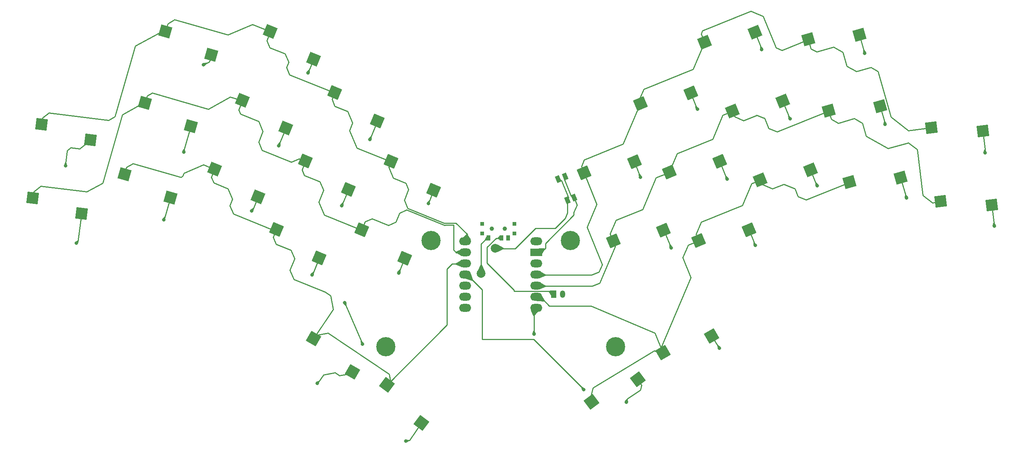
<source format=gbr>
%TF.GenerationSoftware,KiCad,Pcbnew,9.0.4*%
%TF.CreationDate,2025-10-25T19:07:59+08:00*%
%TF.ProjectId,sterna,73746572-6e61-42e6-9b69-6361645f7063,v1.0.0*%
%TF.SameCoordinates,Original*%
%TF.FileFunction,Copper,L2,Bot*%
%TF.FilePolarity,Positive*%
%FSLAX46Y46*%
G04 Gerber Fmt 4.6, Leading zero omitted, Abs format (unit mm)*
G04 Created by KiCad (PCBNEW 9.0.4) date 2025-10-25 19:07:59*
%MOMM*%
%LPD*%
G01*
G04 APERTURE LIST*
G04 Aperture macros list*
%AMRotRect*
0 Rectangle, with rotation*
0 The origin of the aperture is its center*
0 $1 length*
0 $2 width*
0 $3 Rotation angle, in degrees counterclockwise*
0 Add horizontal line*
21,1,$1,$2,0,0,$3*%
G04 Aperture macros list end*
%TA.AperFunction,SMDPad,CuDef*%
%ADD10RotRect,1.550000X1.000000X113.000000*%
%TD*%
%TA.AperFunction,SMDPad,CuDef*%
%ADD11RotRect,2.600000X2.600000X217.000000*%
%TD*%
%TA.AperFunction,SMDPad,CuDef*%
%ADD12RotRect,2.600000X2.600000X210.000000*%
%TD*%
%TA.AperFunction,SMDPad,CuDef*%
%ADD13RotRect,2.600000X2.600000X196.000000*%
%TD*%
%TA.AperFunction,SMDPad,CuDef*%
%ADD14RotRect,2.600000X2.600000X203.000000*%
%TD*%
%TA.AperFunction,SMDPad,CuDef*%
%ADD15RotRect,2.600000X2.600000X187.000000*%
%TD*%
%TA.AperFunction,SMDPad,CuDef*%
%ADD16RotRect,2.600000X2.600000X202.000000*%
%TD*%
%TA.AperFunction,ComponentPad*%
%ADD17C,4.400000*%
%TD*%
%TA.AperFunction,SMDPad,CuDef*%
%ADD18RotRect,2.600000X2.600000X143.000000*%
%TD*%
%TA.AperFunction,SMDPad,CuDef*%
%ADD19RotRect,2.600000X2.600000X150.000000*%
%TD*%
%TA.AperFunction,SMDPad,CuDef*%
%ADD20RotRect,2.600000X2.600000X164.000000*%
%TD*%
%TA.AperFunction,SMDPad,CuDef*%
%ADD21RotRect,2.600000X2.600000X158.000000*%
%TD*%
%TA.AperFunction,SMDPad,CuDef*%
%ADD22RotRect,2.600000X2.600000X157.000000*%
%TD*%
%TA.AperFunction,SMDPad,CuDef*%
%ADD23RotRect,2.600000X2.600000X173.000000*%
%TD*%
%TA.AperFunction,SMDPad,CuDef*%
%ADD24R,0.900000X0.900000*%
%TD*%
%TA.AperFunction,SMDPad,CuDef*%
%ADD25R,0.900000X1.250000*%
%TD*%
%TA.AperFunction,WasherPad*%
%ADD26C,1.000000*%
%TD*%
%TA.AperFunction,ComponentPad*%
%ADD27O,2.750000X1.800000*%
%TD*%
%TA.AperFunction,ComponentPad*%
%ADD28R,2.750000X1.800000*%
%TD*%
%TA.AperFunction,ComponentPad*%
%ADD29C,2.000000*%
%TD*%
%TA.AperFunction,ComponentPad*%
%ADD30R,1.200000X1.700000*%
%TD*%
%TA.AperFunction,ComponentPad*%
%ADD31O,1.200000X1.700000*%
%TD*%
%TA.AperFunction,ViaPad*%
%ADD32C,0.800000*%
%TD*%
%TA.AperFunction,Conductor*%
%ADD33C,0.250000*%
%TD*%
G04 APERTURE END LIST*
D10*
%TO.P,B1,1*%
%TO.N,RST*%
X190854010Y-124609314D03*
X192905348Y-129441965D03*
%TO.P,B1,2*%
%TO.N,GND*%
X192418868Y-123945071D03*
X194470206Y-128777722D03*
%TD*%
D11*
%TO.P,S30,1*%
%TO.N,R3*%
X198476908Y-175580957D03*
%TO.P,S30,2*%
%TO.N,mirror_reachy_thumb*%
X209025142Y-170386992D03*
%TD*%
D12*
%TO.P,S29,1*%
%TO.N,R3*%
X214760290Y-164323703D03*
%TO.P,S29,2*%
%TO.N,mirror_home_thumb*%
X225862883Y-160453959D03*
%TD*%
D13*
%TO.P,S16,1*%
%TO.N,R3*%
X257362874Y-125291215D03*
%TO.P,S16,2*%
%TO.N,mirror_ring_bottom*%
X269071848Y-124222380D03*
%TD*%
D14*
%TO.P,S23,1*%
%TO.N,R4*%
X216261050Y-122977252D03*
%TO.P,S23,2*%
%TO.N,mirror_index_home*%
X227752490Y-120489418D03*
%TD*%
%TO.P,S24,1*%
%TO.N,R5*%
X209618622Y-107328669D03*
%TO.P,S24,2*%
%TO.N,mirror_index_top*%
X221110062Y-104840835D03*
%TD*%
D15*
%TO.P,S14,1*%
%TO.N,R4*%
X278163457Y-129690917D03*
%TO.P,S14,2*%
%TO.N,mirror_pinky_bottom*%
X289895477Y-130466928D03*
%TD*%
D14*
%TO.P,S25,1*%
%TO.N,R4*%
X203403909Y-138755209D03*
%TO.P,S25,2*%
%TO.N,mirror_inner_home*%
X214895349Y-136267375D03*
%TD*%
D15*
%TO.P,S15,1*%
%TO.N,R5*%
X276091679Y-112817634D03*
%TO.P,S15,2*%
%TO.N,mirror_pinky_home*%
X287823699Y-113593645D03*
%TD*%
D16*
%TO.P,S21,1*%
%TO.N,R5*%
X224244459Y-93226244D03*
%TO.P,S21,2*%
%TO.N,mirror_middle_top*%
X235777567Y-90939342D03*
%TD*%
D13*
%TO.P,S18,1*%
%TO.N,R5*%
X247991198Y-92608316D03*
%TO.P,S18,2*%
%TO.N,mirror_ring_top*%
X259700172Y-91539481D03*
%TD*%
D16*
%TO.P,S20,1*%
%TO.N,R4*%
X230612771Y-108988369D03*
%TO.P,S20,2*%
%TO.N,mirror_middle_home*%
X242145879Y-106701467D03*
%TD*%
D13*
%TO.P,S17,1*%
%TO.N,R4*%
X252677034Y-108949764D03*
%TO.P,S17,2*%
%TO.N,mirror_ring_home*%
X264386008Y-107880929D03*
%TD*%
D14*
%TO.P,S26,1*%
%TO.N,R5*%
X196761481Y-123106627D03*
%TO.P,S26,2*%
%TO.N,mirror_inner_top*%
X208252921Y-120618793D03*
%TD*%
D16*
%TO.P,S19,1*%
%TO.N,R3*%
X236981083Y-124750494D03*
%TO.P,S19,2*%
%TO.N,mirror_middle_bottom*%
X248514191Y-122463592D03*
%TD*%
D14*
%TO.P,S22,1*%
%TO.N,R3*%
X222903479Y-138625833D03*
%TO.P,S22,2*%
%TO.N,mirror_index_bottom*%
X234394919Y-136137999D03*
%TD*%
D17*
%TO.P,PAD2,1*%
%TO.N,N/C*%
X193608761Y-138649039D03*
%TD*%
%TO.P,PAD4,1*%
%TO.N,N/C*%
X203914293Y-162927353D03*
%TD*%
D18*
%TO.P,S28,1*%
%TO.N,R2*%
X151688098Y-171639070D03*
%TO.P,S28,2*%
%TO.N,reachy_thumb*%
X159588345Y-180347031D03*
%TD*%
D19*
%TO.P,S27,1*%
%TO.N,R2*%
X134963314Y-161048703D03*
%TO.P,S27,2*%
%TO.N,home_thumb*%
X143865907Y-168728959D03*
%TD*%
D20*
%TO.P,S3,1*%
%TO.N,R2*%
X91736934Y-123485787D03*
%TO.P,S3,2*%
%TO.N,ring_bottom*%
X102233105Y-128784174D03*
%TD*%
D21*
%TO.P,S7,1*%
%TO.N,R1*%
X118710244Y-106534701D03*
%TO.P,S7,2*%
%TO.N,middle_home*%
X128595083Y-112901212D03*
%TD*%
D22*
%TO.P,S10,1*%
%TO.N,R1*%
X133105714Y-120417963D03*
%TO.P,S10,2*%
%TO.N,index_home*%
X142877936Y-126956018D03*
%TD*%
D23*
%TO.P,S2,1*%
%TO.N,R0*%
X72803216Y-112019391D03*
%TO.P,S2,2*%
%TO.N,pinky_home*%
X83999011Y-115610584D03*
%TD*%
D20*
%TO.P,S4,1*%
%TO.N,R1*%
X96422770Y-107144342D03*
%TO.P,S4,2*%
%TO.N,ring_home*%
X106918941Y-112442729D03*
%TD*%
D22*
%TO.P,S12,1*%
%TO.N,R1*%
X145962853Y-136195923D03*
%TO.P,S12,2*%
%TO.N,inner_home*%
X155735075Y-142733978D03*
%TD*%
%TO.P,S9,1*%
%TO.N,R2*%
X126463283Y-136066545D03*
%TO.P,S9,2*%
%TO.N,index_bottom*%
X136235505Y-142604600D03*
%TD*%
D21*
%TO.P,S8,1*%
%TO.N,R0*%
X125078559Y-90772576D03*
%TO.P,S8,2*%
%TO.N,middle_top*%
X134963398Y-97139087D03*
%TD*%
%TO.P,S6,1*%
%TO.N,R2*%
X112341933Y-122296821D03*
%TO.P,S6,2*%
%TO.N,middle_bottom*%
X122226772Y-128663332D03*
%TD*%
D22*
%TO.P,S13,1*%
%TO.N,R0*%
X152605280Y-120547336D03*
%TO.P,S13,2*%
%TO.N,inner_top*%
X162377502Y-127085391D03*
%TD*%
%TO.P,S11,1*%
%TO.N,R0*%
X139748139Y-104769381D03*
%TO.P,S11,2*%
%TO.N,index_top*%
X149520361Y-111307436D03*
%TD*%
D23*
%TO.P,S1,1*%
%TO.N,R1*%
X70731433Y-128892672D03*
%TO.P,S1,2*%
%TO.N,pinky_bottom*%
X81927228Y-132483865D03*
%TD*%
D20*
%TO.P,S5,1*%
%TO.N,R0*%
X101108605Y-90802893D03*
%TO.P,S5,2*%
%TO.N,ring_top*%
X111604776Y-96101280D03*
%TD*%
D17*
%TO.P,PAD3,1*%
%TO.N,N/C*%
X151481778Y-162927356D03*
%TD*%
%TO.P,PAD1,1*%
%TO.N,N/C*%
X161787307Y-138649036D03*
%TD*%
D24*
%TO.P,T1,*%
%TO.N,*%
X173448034Y-134852571D03*
X173448034Y-137052570D03*
X180848034Y-134852570D03*
X180848034Y-137052569D03*
D25*
%TO.P,T1,1*%
%TO.N,BAT+*%
X174898034Y-138027570D03*
%TO.P,T1,2*%
%TO.N,BAT_POS*%
X177898034Y-138027571D03*
%TO.P,T1,3*%
%TO.N,N/C*%
X179398034Y-138027570D03*
D26*
%TO.P,T1,*%
%TO.N,*%
X175648034Y-135952570D03*
X178648034Y-135952570D03*
%TD*%
D27*
%TO.P,MCU1,1*%
%TO.N,R0*%
X169603034Y-138832567D03*
%TO.P,MCU1,2*%
%TO.N,R1*%
X169603035Y-141372565D03*
%TO.P,MCU1,3*%
%TO.N,R2*%
X169603034Y-143912567D03*
%TO.P,MCU1,4*%
%TO.N,C0*%
X169603034Y-146452566D03*
%TO.P,MCU1,5*%
%TO.N,C1*%
X169603034Y-148992567D03*
%TO.P,MCU1,6*%
%TO.N,C2*%
X169603035Y-151532567D03*
%TO.P,MCU1,7*%
%TO.N,C3*%
X169603034Y-154072567D03*
%TO.P,MCU1,8*%
%TO.N,C4*%
X185793034Y-154072567D03*
%TO.P,MCU1,9*%
%TO.N,R3*%
X185793033Y-151532569D03*
%TO.P,MCU1,10*%
%TO.N,R4*%
X185793034Y-148992567D03*
%TO.P,MCU1,11*%
%TO.N,R5*%
X185793034Y-146452568D03*
%TO.P,MCU1,12*%
%TO.N,VCC*%
X185793034Y-143912567D03*
D28*
%TO.P,MCU1,13*%
%TO.N,GND*%
X185793033Y-141372567D03*
D27*
%TO.P,MCU1,14*%
%TO.N,VUSB*%
X185793034Y-138832567D03*
D29*
%TO.P,MCU1,17*%
%TO.N,RST*%
X176428035Y-140420567D03*
%TO.P,MCU1,19*%
%TO.N,BAT+*%
X173253033Y-146135567D03*
%TD*%
D30*
%TO.P,JST1,1*%
%TO.N,BAT_POS*%
X189848035Y-150952569D03*
D31*
%TO.P,JST1,2*%
%TO.N,GND*%
X191848035Y-150952569D03*
%TD*%
D32*
%TO.N,pinky_bottom*%
X80788136Y-139252517D03*
%TO.N,pinky_home*%
X78275047Y-121564407D03*
%TO.N,ring_bottom*%
X100709939Y-133853267D03*
%TO.N,ring_home*%
X105291883Y-118418298D03*
%TO.N,ring_top*%
X109823216Y-98443516D03*
%TO.N,middle_bottom*%
X120845154Y-131877911D03*
%TO.N,middle_home*%
X127020318Y-116927525D03*
%TO.N,middle_top*%
X133711968Y-100298396D03*
%TO.N,index_bottom*%
X134600838Y-146549171D03*
%TO.N,index_home*%
X141393016Y-130688656D03*
%TO.N,index_top*%
X147846487Y-115500208D03*
%TO.N,inner_home*%
X154418842Y-146049113D03*
%TO.N,inner_top*%
X161154645Y-130169395D03*
%TO.N,mirror_pinky_bottom*%
X290457778Y-135333976D03*
%TO.N,mirror_pinky_home*%
X288348552Y-118566045D03*
%TO.N,mirror_ring_bottom*%
X270397801Y-128917663D03*
%TO.N,mirror_ring_home*%
X265540782Y-112053136D03*
%TO.N,mirror_ring_top*%
X260888318Y-95754136D03*
%TO.N,mirror_middle_bottom*%
X249998715Y-126115476D03*
%TO.N,mirror_middle_home*%
X243812792Y-110738047D03*
%TO.N,mirror_middle_top*%
X237346844Y-94934472D03*
%TO.N,mirror_index_bottom*%
X235830971Y-139766852D03*
%TO.N,mirror_index_home*%
X229436894Y-124608323D03*
%TO.N,mirror_index_top*%
X222640583Y-108587714D03*
%TO.N,mirror_inner_home*%
X216631794Y-140297639D03*
%TO.N,mirror_inner_top*%
X209638289Y-124116501D03*
%TO.N,home_thumb*%
X135779481Y-171344176D03*
%TO.N,reachy_thumb*%
X155996458Y-184558519D03*
%TO.N,mirror_home_thumb*%
X227695275Y-163237108D03*
%TO.N,mirror_reachy_thumb*%
X206408477Y-175604971D03*
%TO.N,C4*%
X185321269Y-160059897D03*
%TO.N,C0*%
X196658024Y-172773226D03*
X142089085Y-152851968D03*
X146159824Y-162303106D03*
%TD*%
D33*
%TO.N,GND*%
X185315723Y-141435642D02*
X186864358Y-141435642D01*
X186864358Y-141435642D02*
X187909607Y-140390393D01*
X187909607Y-140390393D02*
X187909607Y-139340393D01*
X187909607Y-139340393D02*
X194423778Y-132826222D01*
X194423778Y-132826222D02*
X194423778Y-132235887D01*
X194423778Y-132235887D02*
X195163402Y-130493439D01*
X193807648Y-128496482D02*
X192188260Y-124488355D01*
X195163402Y-130493439D02*
X194470211Y-128777724D01*
X194470211Y-128777724D02*
X193807648Y-128496482D01*
X192188260Y-124488355D02*
X192418868Y-123945070D01*
%TO.N,RST*%
X176425714Y-140483645D02*
X181030361Y-140483645D01*
X193176940Y-128802139D02*
X191613115Y-124931535D01*
X181030361Y-140483645D02*
X185679392Y-135834629D01*
X192941921Y-129532481D02*
X192905350Y-129441965D01*
X185679392Y-135834629D02*
X190125037Y-135834627D01*
X190125037Y-135834627D02*
X192425041Y-133534628D01*
X192425041Y-133534628D02*
X192941921Y-132316930D01*
X191613115Y-124931535D02*
X190854011Y-124609317D01*
X192941921Y-132316930D02*
X192941921Y-129532481D01*
X192905350Y-129441965D02*
X193176940Y-128802139D01*
%TO.N,R1*%
X70906386Y-127512011D02*
X70729114Y-128955743D01*
X118254809Y-109686731D02*
X117847551Y-108727276D01*
X91247660Y-109824303D02*
X87002850Y-124627733D01*
X96891726Y-105563889D02*
X96420449Y-107207409D01*
X136169752Y-129813333D02*
X137256112Y-127124504D01*
X167579391Y-141434620D02*
X166929389Y-140784625D01*
X165078386Y-135085617D02*
X164889830Y-135165661D01*
X98134574Y-104874972D02*
X96891726Y-105563889D01*
X146728874Y-134357286D02*
X145960540Y-136258992D01*
X154563529Y-132337562D02*
X153720657Y-134423732D01*
X86754768Y-125492869D02*
X83167757Y-127481179D01*
X117847551Y-108727276D02*
X118707935Y-106597769D01*
X153720657Y-134423732D02*
X152028324Y-135142082D01*
X110940770Y-108547081D02*
X98134574Y-104874972D01*
X122401455Y-116107633D02*
X123375425Y-113696957D01*
X148365947Y-133662379D02*
X146728874Y-134357286D01*
X169730409Y-141435650D02*
X169729390Y-141434619D01*
X123375425Y-113696957D02*
X122380775Y-111353736D01*
X164889830Y-135165661D02*
X156185728Y-131648979D01*
X132292348Y-122488443D02*
X133103394Y-120481035D01*
X96420449Y-107207409D02*
X96122700Y-107122031D01*
X129832057Y-120673675D02*
X123202676Y-117995235D01*
X132811237Y-123710848D02*
X132292348Y-122488443D01*
X145960540Y-136258992D02*
X137445453Y-132818675D01*
X166929389Y-140784625D02*
X166929379Y-135085623D01*
X136427253Y-125171818D02*
X132811237Y-123710848D01*
X96122700Y-107122031D02*
X91247660Y-109824303D01*
X166929379Y-135085623D02*
X165078386Y-135085617D01*
X152028324Y-135142082D02*
X148365947Y-133662379D01*
X87002850Y-124627733D02*
X86754768Y-125492869D01*
X137256112Y-127124504D02*
X136427253Y-125171818D01*
X83167757Y-127481179D02*
X72605745Y-126184328D01*
X122380775Y-111353736D02*
X118254809Y-109686731D01*
X137445453Y-132818675D02*
X136169752Y-129813333D01*
X72605745Y-126184328D02*
X70906386Y-127512011D01*
X118707935Y-106597769D02*
X115906569Y-105794499D01*
X156185728Y-131648979D02*
X154563529Y-132337562D01*
X115906569Y-105794499D02*
X110940770Y-108547081D01*
X169729390Y-141434619D02*
X167579391Y-141434620D01*
X170075715Y-141435644D02*
X169730409Y-141435650D01*
X133103394Y-120481035D02*
X131659864Y-119897812D01*
X131659864Y-119897812D02*
X129832057Y-120673675D01*
X123202676Y-117995235D02*
X122401455Y-116107633D01*
%TO.N,pinky_bottom*%
X80788136Y-139252517D02*
X81134824Y-138981651D01*
X81134824Y-138981651D02*
X81924908Y-132546939D01*
%TO.N,R0*%
X72978160Y-110638726D02*
X72800896Y-112082460D01*
X94236462Y-94140573D02*
X89605752Y-110289771D01*
X164779396Y-134634625D02*
X156453641Y-131270805D01*
X156624799Y-126968800D02*
X155989340Y-125471738D01*
X100472084Y-90684109D02*
X94236462Y-94140573D01*
X124936874Y-94482792D02*
X124253325Y-92872441D01*
X103226137Y-88106498D02*
X101645118Y-88982877D01*
X129242681Y-97840245D02*
X128413814Y-95887558D01*
X124253325Y-92872441D02*
X125076239Y-90835648D01*
X101106291Y-90865964D02*
X100472084Y-90684109D01*
X152105522Y-121841644D02*
X152602968Y-120610416D01*
X121015927Y-89195169D02*
X115374243Y-91589921D01*
X139801881Y-107876613D02*
X139143016Y-106324437D01*
X143874021Y-111678916D02*
X142768850Y-109075337D01*
X115374243Y-91589921D02*
X103226137Y-88106498D01*
X89605752Y-110289771D02*
X88121480Y-111112519D01*
X88121480Y-111112519D02*
X74510765Y-109441327D01*
X74510765Y-109441327D02*
X72978160Y-110638726D01*
X139143016Y-106324437D02*
X139745824Y-104832452D01*
X143143538Y-113486927D02*
X143874021Y-111678916D01*
X128755692Y-99045588D02*
X129242681Y-97840245D01*
X153161423Y-124329183D02*
X152105522Y-121841644D01*
X139745824Y-104832452D02*
X129445587Y-100670889D01*
X170075726Y-138895641D02*
X170075717Y-137230950D01*
X128413814Y-95887558D02*
X124936874Y-94482792D01*
X101645869Y-88984228D02*
X101106291Y-90865964D01*
X142768850Y-109075337D02*
X139801881Y-107876613D01*
X144835081Y-117471984D02*
X143143538Y-113486927D01*
X155989340Y-125471738D02*
X153161423Y-124329183D01*
X129445587Y-100670889D02*
X128755692Y-99045588D01*
X170075717Y-137230950D02*
X167479388Y-134634614D01*
X156453641Y-131270805D02*
X155650819Y-129379478D01*
X152602968Y-120610416D02*
X144835081Y-117471984D01*
X125076239Y-90835648D02*
X121015927Y-89195169D01*
X167479388Y-134634614D02*
X164779396Y-134634625D01*
X101645118Y-88982877D02*
X101645869Y-88984228D01*
X155650819Y-129379478D02*
X156624799Y-126968800D01*
%TO.N,pinky_home*%
X79493867Y-117381761D02*
X78658055Y-118034767D01*
X78633679Y-118233277D02*
X78231512Y-121508684D01*
X83996697Y-115673650D02*
X81495795Y-117627570D01*
X78275047Y-121564407D02*
X78318576Y-121620126D01*
X78231512Y-121508684D02*
X78275047Y-121564407D01*
X78658055Y-118034767D02*
X78633679Y-118233277D01*
X81495795Y-117627570D02*
X79493867Y-117381761D01*
%TO.N,R2*%
X126396557Y-139454247D02*
X129780789Y-140821556D01*
X115400907Y-126760921D02*
X116423168Y-129169229D01*
X152449076Y-170570522D02*
X151685780Y-171702141D01*
X112155764Y-125449798D02*
X115400907Y-126760921D01*
X134961001Y-161111774D02*
X135505764Y-160304122D01*
X112339624Y-122359897D02*
X111610354Y-124164892D01*
X138862633Y-151259012D02*
X139476529Y-154417225D01*
X129560747Y-145370369D02*
X130472501Y-147518313D01*
X109762796Y-121318796D02*
X112339624Y-122359897D01*
X91734618Y-123548853D02*
X92219671Y-121857276D01*
X137565461Y-150384051D02*
X138862633Y-151259012D01*
X92219671Y-121857276D02*
X93702604Y-121035277D01*
X105292736Y-123216216D02*
X109762796Y-121318796D01*
X152182712Y-169200208D02*
X152449076Y-170570522D01*
X105094860Y-123906262D02*
X105292736Y-123216216D01*
X165419520Y-145171375D02*
X165419519Y-157968397D01*
X165419519Y-157968397D02*
X151685781Y-171702141D01*
X170075708Y-143975643D02*
X166615253Y-143975635D01*
X166615253Y-143975635D02*
X165419520Y-145171375D01*
X135505764Y-160304122D02*
X138213423Y-159777807D01*
X111610354Y-124164892D02*
X112155764Y-125449798D01*
X130472501Y-147518313D02*
X137565461Y-150384051D01*
X125741362Y-137910695D02*
X126396557Y-139454247D01*
X138213423Y-159777807D02*
X152182712Y-169200208D01*
X116423168Y-129169229D02*
X115823802Y-130652727D01*
X104624395Y-124167051D02*
X105094860Y-123906262D01*
X115823802Y-130652727D02*
X116625034Y-132540327D01*
X93702604Y-121035277D02*
X104624395Y-124167051D01*
X125996654Y-136326713D02*
X126460969Y-136129618D01*
X130609656Y-142774243D02*
X129560747Y-145370369D01*
X139476529Y-154417225D02*
X134961001Y-161111774D01*
X126460969Y-136129618D02*
X125741362Y-137910695D01*
X129780789Y-140821556D02*
X130609656Y-142774243D01*
X116625034Y-132540327D02*
X125996654Y-136326713D01*
%TO.N,ring_bottom*%
X100811477Y-133796983D02*
X102230790Y-128847258D01*
X100709939Y-133853267D02*
X100811477Y-133796983D01*
%TO.N,ring_home*%
X105245325Y-118334296D02*
X106916628Y-112505800D01*
X105291883Y-118418298D02*
X105245325Y-118334296D01*
%TO.N,ring_top*%
X111161656Y-97701597D02*
X111602454Y-96164352D01*
X109823216Y-98443516D02*
X111161656Y-97701597D01*
%TO.N,middle_bottom*%
X120845154Y-131877911D02*
X120973116Y-131823590D01*
X120973116Y-131823590D02*
X122224452Y-128726404D01*
%TO.N,middle_home*%
X127020318Y-116927525D02*
X127034125Y-116960069D01*
X128592774Y-112964273D02*
X127005559Y-116892769D01*
X127005559Y-116892769D02*
X127020318Y-116927525D01*
%TO.N,middle_top*%
X134961079Y-97202155D02*
X133711017Y-100296175D01*
X133711017Y-100296175D02*
X133711968Y-100298396D01*
%TO.N,index_bottom*%
X136233196Y-142667679D02*
X134678235Y-146516313D01*
X134678235Y-146516313D02*
X134600838Y-146549171D01*
%TO.N,index_home*%
X141393016Y-130688656D02*
X141357855Y-130775684D01*
X142875619Y-127019086D02*
X141393016Y-130688656D01*
X141357855Y-130775684D02*
X141349854Y-130779089D01*
%TO.N,index_top*%
X147850173Y-115498645D02*
X147846487Y-115500208D01*
X149518049Y-111370514D02*
X147850173Y-115498645D01*
%TO.N,inner_home*%
X155732758Y-142797052D02*
X154418842Y-146049113D01*
X154418842Y-146049113D02*
X154369890Y-146069886D01*
%TO.N,inner_top*%
X162375191Y-127148476D02*
X161154645Y-130169395D01*
X161154645Y-130169395D02*
X161110008Y-130188350D01*
%TO.N,R4*%
X240881229Y-113777713D02*
X252674719Y-109012839D01*
X253198300Y-110838799D02*
X254877479Y-111769580D01*
X274174988Y-128265658D02*
X276362614Y-129974823D01*
X276362614Y-129974823D02*
X278161140Y-129753993D01*
X236126184Y-109915698D02*
X237818503Y-110634050D01*
X233177917Y-111160800D02*
X236098549Y-109980792D01*
X203401592Y-138818286D02*
X202700935Y-137084121D01*
X254877479Y-111769580D02*
X258482206Y-110735937D01*
X266215262Y-117569122D02*
X270844586Y-116241683D01*
X272895360Y-117843932D02*
X274174988Y-128265658D01*
X202700935Y-137084121D02*
X204009895Y-134000432D01*
X237818503Y-110634050D02*
X237957582Y-110577865D01*
X216206623Y-122911337D02*
X217995502Y-118696992D01*
X204009895Y-134000432D02*
X210129309Y-131528023D01*
X226108362Y-115419177D02*
X228438887Y-109928811D01*
X252674719Y-109012839D02*
X253198300Y-110838799D01*
X238912828Y-112942175D02*
X240881229Y-113777713D01*
X210129309Y-131528023D02*
X213209111Y-124272451D01*
X270844586Y-116241683D02*
X272895360Y-117843932D01*
X228438887Y-109928811D02*
X230610452Y-109051442D01*
X203888653Y-140023805D02*
X203401592Y-138818286D01*
X230610452Y-109051442D02*
X231107638Y-110282016D01*
X216258730Y-123040326D02*
X216206623Y-122911337D01*
X258482206Y-110735937D02*
X260337564Y-111764368D01*
X261205815Y-114792345D02*
X266215262Y-117569122D01*
X185315714Y-149055638D02*
X198608367Y-149055639D01*
X200354287Y-148350243D02*
X203888653Y-140023805D01*
X217995502Y-118696992D02*
X226108362Y-115419177D01*
X237957582Y-110577865D02*
X238912828Y-112942175D01*
X236098549Y-109980792D02*
X236126184Y-109915698D01*
X260337564Y-111764368D02*
X261205815Y-114792345D01*
X231107638Y-110282016D02*
X233177917Y-111160800D01*
X198608367Y-149055639D02*
X200354287Y-148350243D01*
X213209111Y-124272451D02*
X216258730Y-123040326D01*
%TO.N,mirror_pinky_bottom*%
X290479592Y-135306054D02*
X290457778Y-135333976D01*
X289893157Y-130529998D02*
X290479592Y-135306054D01*
%TO.N,R5*%
X276019127Y-112825831D02*
X276089364Y-112880700D01*
X270878621Y-113457007D02*
X276019127Y-112825831D01*
X248581383Y-94737658D02*
X249889483Y-95462757D01*
X223477156Y-91395907D02*
X223803360Y-90627420D01*
X197412661Y-135557137D02*
X199642038Y-130305052D01*
X196149957Y-121661856D02*
X196793987Y-120144630D01*
X266902051Y-110350175D02*
X270878621Y-113457007D01*
X253734531Y-94360206D02*
X255837258Y-95525768D01*
X221642642Y-99427626D02*
X221639684Y-99420310D01*
X200137358Y-145838111D02*
X200869535Y-144113205D01*
X258987062Y-99980117D02*
X262303416Y-99029171D01*
X209281026Y-106561898D02*
X210377358Y-103979097D01*
X241952136Y-95104783D02*
X241949262Y-95111560D01*
X256760647Y-98745998D02*
X258987062Y-99980117D01*
X241949262Y-95111560D02*
X247988889Y-92671385D01*
X234883197Y-86150864D02*
X237682052Y-87338905D01*
X237682052Y-87338905D02*
X240585261Y-94524576D01*
X196793987Y-120144630D02*
X205648595Y-116567137D01*
X221639684Y-99420310D02*
X224242134Y-93289316D01*
X210377358Y-103979097D02*
X221642642Y-99427626D01*
X247988889Y-92671385D02*
X248581383Y-94737658D01*
X240585261Y-94524576D02*
X241952136Y-95104783D01*
X185315719Y-146515641D02*
X198460400Y-146515647D01*
X224242134Y-93289316D02*
X223477156Y-91395907D01*
X199642038Y-130305052D02*
X196759167Y-123169702D01*
X209528207Y-107427338D02*
X209616301Y-107391740D01*
X198460400Y-146515647D02*
X200137358Y-145838111D01*
X255837258Y-95525768D02*
X256760647Y-98745998D01*
X263911385Y-99920482D02*
X266902051Y-110350175D01*
X196759167Y-123169702D02*
X196149957Y-121661856D01*
X249889483Y-95462757D02*
X253734531Y-94360206D01*
X200869535Y-144113205D02*
X197412661Y-135557137D01*
X209616301Y-107391740D02*
X209281026Y-106561898D01*
X262303416Y-99029171D02*
X263911385Y-99920482D01*
X223803360Y-90627420D02*
X234883197Y-86150864D01*
X205648595Y-116567137D02*
X209528207Y-107427338D01*
%TO.N,mirror_pinky_home*%
X288413898Y-118482393D02*
X288348552Y-118566045D01*
X287821383Y-113656716D02*
X288413898Y-118482393D01*
%TO.N,R3*%
X245605657Y-128573188D02*
X247452830Y-129357270D01*
X239759305Y-126782913D02*
X242355414Y-125734019D01*
X198083812Y-174993667D02*
X198746114Y-172337313D01*
X198746114Y-172337313D02*
X212793282Y-163896923D01*
X222901166Y-138688911D02*
X220506035Y-139656609D01*
X221176597Y-147125375D02*
X214314985Y-163290324D01*
X237363564Y-125765985D02*
X239759305Y-126782913D01*
X198474590Y-175644036D02*
X198083812Y-174993667D01*
X236978753Y-124813566D02*
X237363564Y-125765985D01*
X212793282Y-163896923D02*
X214757976Y-164386779D01*
X188829390Y-153584620D02*
X188879393Y-153634619D01*
X185315723Y-151595645D02*
X186840412Y-151595633D01*
X186840412Y-151595633D02*
X188829390Y-153584620D01*
X198398762Y-153626797D02*
X212919871Y-159790642D01*
X212919871Y-159790642D02*
X212910205Y-159813391D01*
X220506035Y-139656609D02*
X219303566Y-142489456D01*
X219303566Y-142489456D02*
X221176597Y-147125375D01*
X222901166Y-138688911D02*
X222289346Y-137174603D01*
X242355414Y-125734019D02*
X244893900Y-126811542D01*
X214314985Y-163290324D02*
X214757973Y-164386778D01*
X223472229Y-134387923D02*
X232929501Y-130566942D01*
X188879393Y-153634619D02*
X198379389Y-153634617D01*
X235039002Y-125597279D02*
X236978753Y-124813566D01*
X244893900Y-126811542D02*
X245605657Y-128573188D01*
X232929501Y-130566942D02*
X235039002Y-125597279D01*
X198379389Y-153634617D02*
X198398762Y-153626797D01*
X222289346Y-137174603D02*
X223472229Y-134387923D01*
X212910205Y-159813391D02*
X214757973Y-164386778D01*
X247452830Y-129357270D02*
X257360566Y-125354284D01*
%TO.N,mirror_ring_bottom*%
X269069540Y-124285450D02*
X270397801Y-128917663D01*
X270397801Y-128917663D02*
X270405971Y-128946150D01*
%TO.N,mirror_ring_home*%
X264383693Y-107944002D02*
X265554755Y-112027951D01*
X265554755Y-112027951D02*
X265540782Y-112053136D01*
%TO.N,mirror_ring_top*%
X260888318Y-95754136D02*
X259697866Y-91602552D01*
%TO.N,mirror_middle_bottom*%
X248511871Y-122526666D02*
X249954213Y-126096591D01*
X249954213Y-126096591D02*
X249998715Y-126115476D01*
%TO.N,mirror_middle_home*%
X242143561Y-106764545D02*
X243735749Y-110705343D01*
X243735749Y-110705343D02*
X243812792Y-110738047D01*
X243812792Y-110738047D02*
X243845333Y-110751857D01*
%TO.N,mirror_middle_top*%
X237355583Y-94913884D02*
X237346844Y-94934472D01*
X235775248Y-91002415D02*
X237355583Y-94913884D01*
%TO.N,mirror_index_bottom*%
X234392613Y-136201080D02*
X235832155Y-139764062D01*
X235832155Y-139764062D02*
X235830971Y-139766852D01*
%TO.N,mirror_index_home*%
X227750178Y-120552494D02*
X229378895Y-124583713D01*
X229378895Y-124583713D02*
X229436894Y-124608323D01*
%TO.N,mirror_index_top*%
X221107748Y-104903908D02*
X222586882Y-108564916D01*
X222586882Y-108564916D02*
X222640583Y-108587714D01*
%TO.N,mirror_inner_home*%
X215057076Y-136400081D02*
X216631794Y-140297639D01*
X214893033Y-136330445D02*
X215057076Y-136400081D01*
%TO.N,mirror_inner_top*%
X209638289Y-124116501D02*
X208250606Y-120681868D01*
%TO.N,home_thumb*%
X137204442Y-169410396D02*
X135918299Y-171317183D01*
X140836926Y-169568737D02*
X139842085Y-168897687D01*
X143863593Y-168792030D02*
X143717354Y-169008827D01*
X139842085Y-168897687D02*
X137204442Y-169410396D01*
X143717354Y-169008827D02*
X140836926Y-169568737D01*
X135918299Y-171317183D02*
X135779481Y-171344176D01*
%TO.N,reachy_thumb*%
X159577527Y-180411755D02*
X156898805Y-184383116D01*
X156898805Y-184383116D02*
X155996458Y-184558519D01*
X159586032Y-180410107D02*
X159577527Y-180411755D01*
%TO.N,mirror_home_thumb*%
X227695275Y-163237108D02*
X227730829Y-163289816D01*
X225860561Y-160517032D02*
X227695275Y-163237108D01*
X227730829Y-163289816D02*
X227781378Y-163299641D01*
%TO.N,mirror_reachy_thumb*%
X209652281Y-172813888D02*
X209868159Y-171703321D01*
X206543397Y-174910856D02*
X209652281Y-172813888D01*
X206408477Y-175604971D02*
X206543397Y-174910856D01*
X209868159Y-171703321D02*
X209022821Y-170450074D01*
%TO.N,C4*%
X185321269Y-160059897D02*
X185321269Y-154141194D01*
X185315720Y-154135636D02*
X185315722Y-154170961D01*
X185321269Y-154141194D02*
X185315717Y-154135639D01*
%TO.N,C0*%
X142089085Y-152851968D02*
X146088655Y-162274356D01*
X196658024Y-172773226D02*
X196658026Y-172681443D01*
X173471267Y-149911203D02*
X170075713Y-146515639D01*
X185203618Y-161227030D02*
X173471266Y-161227031D01*
X173471266Y-161227031D02*
X173471267Y-149911203D01*
X146088655Y-162274356D02*
X146159824Y-162303106D01*
X196658026Y-172681443D02*
X185203618Y-161227030D01*
%TO.N,BAT+*%
X173250711Y-146198638D02*
X173250718Y-139413288D01*
X173250718Y-139413288D02*
X174573361Y-138090649D01*
X174573361Y-138090649D02*
X174895716Y-138090643D01*
%TO.N,BAT_POS*%
X177895715Y-138090637D02*
X177889693Y-138084619D01*
X174579388Y-143784624D02*
X180792851Y-149998085D01*
X189164696Y-150334625D02*
X189845722Y-151015646D01*
X174579391Y-140184616D02*
X174579388Y-143784624D01*
X180792850Y-150250433D02*
X189145898Y-150250432D01*
X176679393Y-138084619D02*
X174579391Y-140184616D01*
X177889693Y-138084619D02*
X176679393Y-138084619D01*
X189145898Y-150250432D02*
X189848037Y-150952569D01*
X180792851Y-149998085D02*
X180792850Y-150250433D01*
%TO.N,mirror_ring_bottom*%
X270405971Y-128946150D02*
X270323438Y-129095033D01*
%TD*%
%TA.AperFunction,Conductor*%
%TO.N,GND*%
G36*
X187719376Y-140410525D02*
G01*
X187719591Y-140410734D01*
X187886044Y-140577187D01*
X187889471Y-140585460D01*
X187887515Y-140591936D01*
X187172209Y-141668270D01*
X187164776Y-141673263D01*
X187160585Y-141673342D01*
X185325588Y-141374619D01*
X185317973Y-141369907D01*
X185315932Y-141365023D01*
X185167428Y-140485864D01*
X185169429Y-140477137D01*
X185177016Y-140472380D01*
X185178659Y-140472221D01*
X187711019Y-140407311D01*
X187719376Y-140410525D01*
G37*
%TD.AperFunction*%
%TD*%
%TA.AperFunction,Conductor*%
%TO.N,RST*%
G36*
X176992967Y-139594152D02*
G01*
X178402679Y-140355329D01*
X178408330Y-140362275D01*
X178408820Y-140365624D01*
X178408820Y-140601089D01*
X178405393Y-140609362D01*
X178401934Y-140611753D01*
X176992632Y-141247961D01*
X176983682Y-141248241D01*
X176978095Y-141243805D01*
X176431391Y-140427075D01*
X176429637Y-140418294D01*
X176431391Y-140414059D01*
X176977687Y-139597937D01*
X176985135Y-139592970D01*
X176992967Y-139594152D01*
G37*
%TD.AperFunction*%
%TD*%
%TA.AperFunction,Conductor*%
%TO.N,R1*%
G36*
X168633272Y-140626953D02*
G01*
X170027458Y-141346793D01*
X170058588Y-141362866D01*
X170064367Y-141369706D01*
X170063616Y-141378630D01*
X170058580Y-141383662D01*
X168633744Y-142117939D01*
X168624820Y-142118683D01*
X168622468Y-142117633D01*
X167338561Y-141365160D01*
X167333156Y-141358020D01*
X167334383Y-141349150D01*
X167336201Y-141346796D01*
X167500910Y-141182085D01*
X167503991Y-141179874D01*
X168622724Y-140626860D01*
X168631657Y-140626267D01*
X168633272Y-140626953D01*
G37*
%TD.AperFunction*%
%TD*%
%TA.AperFunction,Conductor*%
%TO.N,pinky_bottom*%
G36*
X81289943Y-138642726D02*
G01*
X81297736Y-138647135D01*
X81300129Y-138655764D01*
X81300036Y-138656381D01*
X81182531Y-139318819D01*
X81177712Y-139326367D01*
X81168968Y-139328296D01*
X81168757Y-139328257D01*
X80792798Y-139254448D01*
X80785340Y-139249491D01*
X80785313Y-139249451D01*
X80572571Y-138929936D01*
X80570839Y-138921151D01*
X80575826Y-138913713D01*
X80576046Y-138913570D01*
X81050538Y-138615968D01*
X81058179Y-138614268D01*
X81289943Y-138642726D01*
G37*
%TD.AperFunction*%
%TD*%
%TA.AperFunction,Conductor*%
%TO.N,R0*%
G36*
X170029804Y-137012853D02*
G01*
X170031548Y-137015080D01*
X170581580Y-137926812D01*
X170820592Y-138322998D01*
X170821931Y-138331852D01*
X170817085Y-138338763D01*
X170086392Y-138828149D01*
X170077611Y-138829906D01*
X170071962Y-138827041D01*
X169110763Y-137943344D01*
X169106992Y-137935222D01*
X169110069Y-137926812D01*
X169110324Y-137926543D01*
X169847051Y-137179061D01*
X170013259Y-137012852D01*
X170021531Y-137009426D01*
X170029804Y-137012853D01*
G37*
%TD.AperFunction*%
%TD*%
%TA.AperFunction,Conductor*%
%TO.N,pinky_home*%
G36*
X78438210Y-120789394D02*
G01*
X78446003Y-120793804D01*
X78447931Y-120797456D01*
X78663397Y-121473927D01*
X78662643Y-121482850D01*
X78655800Y-121488626D01*
X78654559Y-121488948D01*
X78279708Y-121564435D01*
X78270921Y-121562709D01*
X78270876Y-121562679D01*
X77950577Y-121347629D01*
X77945619Y-121340172D01*
X77946381Y-121333222D01*
X78194025Y-120767819D01*
X78200482Y-120761618D01*
X78206163Y-120760902D01*
X78438210Y-120789394D01*
G37*
%TD.AperFunction*%
%TD*%
%TA.AperFunction,Conductor*%
%TO.N,R2*%
G36*
X168633483Y-143167061D02*
G01*
X170058869Y-143902168D01*
X170064651Y-143909006D01*
X170063905Y-143917930D01*
X170058869Y-143922966D01*
X168632966Y-144658339D01*
X168624042Y-144659085D01*
X168622920Y-144658662D01*
X168622180Y-144658339D01*
X168607977Y-144652135D01*
X167352344Y-144103700D01*
X167346134Y-144097248D01*
X167345327Y-144092978D01*
X167345327Y-143857642D01*
X167348754Y-143849372D01*
X167351499Y-143847334D01*
X168622602Y-143167143D01*
X168631511Y-143166262D01*
X168633483Y-143167061D01*
G37*
%TD.AperFunction*%
%TD*%
%TA.AperFunction,Conductor*%
%TO.N,ring_bottom*%
G36*
X100892096Y-133088345D02*
G01*
X101080542Y-133142382D01*
X101116777Y-133152773D01*
X101123785Y-133158348D01*
X101125247Y-133164371D01*
X101102666Y-133917515D01*
X101098992Y-133925681D01*
X101090620Y-133928859D01*
X101088717Y-133928645D01*
X100711976Y-133854682D01*
X100707708Y-133852914D01*
X100568190Y-133759211D01*
X100388745Y-133638691D01*
X100383787Y-133631233D01*
X100385555Y-133622455D01*
X100386702Y-133621009D01*
X100880316Y-133091613D01*
X100888464Y-133087900D01*
X100892096Y-133088345D01*
G37*
%TD.AperFunction*%
%TD*%
%TA.AperFunction,Conductor*%
%TO.N,ring_home*%
G36*
X105332343Y-117609465D02*
G01*
X105443341Y-117641294D01*
X105557150Y-117673929D01*
X105564158Y-117679504D01*
X105565439Y-117683095D01*
X105682157Y-118328973D01*
X105680256Y-118337724D01*
X105672951Y-118342524D01*
X105296390Y-118418296D01*
X105287603Y-118416569D01*
X105287559Y-118416539D01*
X104968652Y-118202354D01*
X104963694Y-118194896D01*
X104965225Y-118186487D01*
X105319170Y-117614555D01*
X105326438Y-117609324D01*
X105332343Y-117609465D01*
G37*
%TD.AperFunction*%
%TD*%
%TA.AperFunction,Conductor*%
%TO.N,ring_top*%
G36*
X110458496Y-97952197D02*
G01*
X110461716Y-97955890D01*
X110575085Y-98160410D01*
X110576099Y-98169307D01*
X110573769Y-98173656D01*
X110162538Y-98657815D01*
X110154571Y-98661902D01*
X110147142Y-98659984D01*
X109826403Y-98446700D01*
X109821412Y-98439265D01*
X109821401Y-98439212D01*
X109747553Y-98063283D01*
X109749321Y-98054508D01*
X109756779Y-98049550D01*
X109757334Y-98049456D01*
X110449819Y-97949981D01*
X110458496Y-97952197D01*
G37*
%TD.AperFunction*%
%TD*%
%TA.AperFunction,Conductor*%
%TO.N,middle_bottom*%
G36*
X121120708Y-131143164D02*
G01*
X121337495Y-131230751D01*
X121343882Y-131237027D01*
X121344682Y-131243340D01*
X121239288Y-131943849D01*
X121234668Y-131951520D01*
X121225977Y-131953678D01*
X121225464Y-131953589D01*
X120849566Y-131879777D01*
X120842108Y-131874820D01*
X120842078Y-131874776D01*
X120628775Y-131554116D01*
X120627047Y-131545330D01*
X120631076Y-131538608D01*
X121108890Y-131144982D01*
X121117453Y-131142367D01*
X121120708Y-131143164D01*
G37*
%TD.AperFunction*%
%TD*%
%TA.AperFunction,Conductor*%
%TO.N,middle_home*%
G36*
X127184348Y-116138992D02*
G01*
X127401092Y-116226562D01*
X127407479Y-116232838D01*
X127408409Y-116237329D01*
X127412565Y-116839840D01*
X127409195Y-116848137D01*
X127403172Y-116851391D01*
X127024726Y-116927490D01*
X127015939Y-116925762D01*
X127015895Y-116925732D01*
X126698660Y-116712639D01*
X126693703Y-116705182D01*
X126695472Y-116696403D01*
X126696306Y-116695306D01*
X127098686Y-116226562D01*
X127171087Y-116142218D01*
X127179076Y-116138174D01*
X127184348Y-116138992D01*
G37*
%TD.AperFunction*%
%TD*%
%TA.AperFunction,Conductor*%
%TO.N,middle_top*%
G36*
X133898831Y-99519324D02*
G01*
X134115581Y-99606897D01*
X134121968Y-99613173D01*
X134122894Y-99618032D01*
X134104622Y-100362565D01*
X134100994Y-100370752D01*
X134092639Y-100373974D01*
X134090672Y-100373759D01*
X133713906Y-100299777D01*
X133709636Y-100298008D01*
X133390661Y-100083745D01*
X133385704Y-100076287D01*
X133387473Y-100067509D01*
X133388546Y-100066142D01*
X133885814Y-99522276D01*
X133893925Y-99518484D01*
X133898831Y-99519324D01*
G37*
%TD.AperFunction*%
%TD*%
%TA.AperFunction,Conductor*%
%TO.N,index_bottom*%
G36*
X134843580Y-145793250D02*
G01*
X135060335Y-145880825D01*
X135066722Y-145887101D01*
X135067592Y-145892853D01*
X134994446Y-146614432D01*
X134990203Y-146622317D01*
X134981626Y-146624892D01*
X134980555Y-146624733D01*
X134916861Y-146612226D01*
X134605250Y-146551037D01*
X134597792Y-146546080D01*
X134597762Y-146546036D01*
X134384115Y-146224859D01*
X134382387Y-146216073D01*
X134385887Y-146209813D01*
X134831233Y-145795531D01*
X134839624Y-145792407D01*
X134843580Y-145793250D01*
G37*
%TD.AperFunction*%
%TD*%
%TA.AperFunction,Conductor*%
%TO.N,index_home*%
G36*
X141581446Y-129910233D02*
G01*
X141798195Y-129997806D01*
X141804582Y-130004082D01*
X141805508Y-130008965D01*
X141785698Y-130752855D01*
X141782052Y-130761034D01*
X141773691Y-130764240D01*
X141771748Y-130764025D01*
X141394954Y-130690037D01*
X141390684Y-130688268D01*
X141071732Y-130474021D01*
X141066775Y-130466563D01*
X141068544Y-130457785D01*
X141069628Y-130456408D01*
X141568445Y-129913167D01*
X141576565Y-129909392D01*
X141581446Y-129910233D01*
G37*
%TD.AperFunction*%
%TD*%
%TA.AperFunction,Conductor*%
%TO.N,index_top*%
G36*
X148037503Y-114722856D02*
G01*
X148254255Y-114810430D01*
X148260642Y-114816706D01*
X148261567Y-114821630D01*
X148239215Y-115564457D01*
X148235541Y-115572623D01*
X148227168Y-115575800D01*
X148225266Y-115575586D01*
X147848425Y-115501589D01*
X147844155Y-115499820D01*
X147525243Y-115285600D01*
X147520286Y-115278142D01*
X147522055Y-115269364D01*
X147523169Y-115267954D01*
X148024534Y-114725760D01*
X148032665Y-114722014D01*
X148037503Y-114722856D01*
G37*
%TD.AperFunction*%
%TD*%
%TA.AperFunction,Conductor*%
%TO.N,inner_home*%
G36*
X154607272Y-145270690D02*
G01*
X154824021Y-145358263D01*
X154830408Y-145364539D01*
X154831334Y-145369422D01*
X154811524Y-146113312D01*
X154807878Y-146121491D01*
X154799517Y-146124697D01*
X154797574Y-146124482D01*
X154420780Y-146050494D01*
X154416510Y-146048725D01*
X154097558Y-145834478D01*
X154092601Y-145827020D01*
X154094370Y-145818242D01*
X154095454Y-145816865D01*
X154594271Y-145273624D01*
X154602391Y-145269849D01*
X154607272Y-145270690D01*
G37*
%TD.AperFunction*%
%TD*%
%TA.AperFunction,Conductor*%
%TO.N,inner_top*%
G36*
X161343078Y-129390972D02*
G01*
X161559828Y-129478547D01*
X161566214Y-129484822D01*
X161567140Y-129489706D01*
X161547327Y-130233595D01*
X161543681Y-130241773D01*
X161535319Y-130244979D01*
X161533377Y-130244764D01*
X161156583Y-130170776D01*
X161152313Y-130169007D01*
X160833361Y-129954760D01*
X160828404Y-129947302D01*
X160830173Y-129938524D01*
X160831256Y-129937148D01*
X161330078Y-129393907D01*
X161338198Y-129390132D01*
X161343078Y-129390972D01*
G37*
%TD.AperFunction*%
%TD*%
%TA.AperFunction,Conductor*%
%TO.N,R4*%
G36*
X186773463Y-148247142D02*
G01*
X188044560Y-148927331D01*
X188050238Y-148934256D01*
X188050740Y-148937647D01*
X188050740Y-149172980D01*
X188047313Y-149181253D01*
X188043723Y-149183702D01*
X186773147Y-149738662D01*
X186764194Y-149738833D01*
X186763101Y-149738339D01*
X185687649Y-149183702D01*
X185337197Y-149002965D01*
X185331416Y-148996128D01*
X185332162Y-148987204D01*
X185337197Y-148982168D01*
X186762584Y-148247060D01*
X186771508Y-148246315D01*
X186773463Y-148247142D01*
G37*
%TD.AperFunction*%
%TD*%
%TA.AperFunction,Conductor*%
%TO.N,mirror_pinky_bottom*%
G36*
X290510467Y-134532825D02*
G01*
X290513807Y-134536972D01*
X290785970Y-135102612D01*
X290786469Y-135111553D01*
X290781949Y-135117399D01*
X290461948Y-135332248D01*
X290453169Y-135334014D01*
X290453116Y-135334004D01*
X290077846Y-135258433D01*
X290070412Y-135253440D01*
X290068686Y-135244653D01*
X290068889Y-135243811D01*
X290259920Y-134567362D01*
X290265467Y-134560333D01*
X290269753Y-134558930D01*
X290501840Y-134530432D01*
X290510467Y-134532825D01*
G37*
%TD.AperFunction*%
%TD*%
%TA.AperFunction,Conductor*%
%TO.N,R5*%
G36*
X186773463Y-145707143D02*
G01*
X188044560Y-146387335D01*
X188050238Y-146394260D01*
X188050740Y-146397651D01*
X188050740Y-146632984D01*
X188047313Y-146641257D01*
X188043723Y-146643706D01*
X186773147Y-147198663D01*
X186764194Y-147198834D01*
X186763101Y-147198340D01*
X185682906Y-146641257D01*
X185337197Y-146462966D01*
X185331416Y-146456129D01*
X185332162Y-146447205D01*
X185337197Y-146442169D01*
X186762584Y-145707061D01*
X186771508Y-145706316D01*
X186773463Y-145707143D01*
G37*
%TD.AperFunction*%
%TD*%
%TA.AperFunction,Conductor*%
%TO.N,mirror_pinky_home*%
G36*
X288450992Y-117764971D02*
G01*
X288454658Y-117769859D01*
X288735673Y-118474978D01*
X288735552Y-118483932D01*
X288729136Y-118490179D01*
X288727115Y-118490779D01*
X288350985Y-118566571D01*
X288346364Y-118566572D01*
X287969467Y-118490673D01*
X287962033Y-118485680D01*
X287960307Y-118476893D01*
X287960750Y-118475291D01*
X287960861Y-118474978D01*
X288200765Y-117798764D01*
X288206760Y-117792115D01*
X288210363Y-117791065D01*
X288442364Y-117762578D01*
X288450992Y-117764971D01*
G37*
%TD.AperFunction*%
%TD*%
%TA.AperFunction,Conductor*%
%TO.N,R3*%
G36*
X187117864Y-151278177D02*
G01*
X187120765Y-151281335D01*
X187812650Y-152388140D01*
X187814130Y-152396972D01*
X187811002Y-152402615D01*
X187644531Y-152569085D01*
X187636258Y-152572512D01*
X187635553Y-152572491D01*
X185329019Y-152433232D01*
X185320967Y-152429313D01*
X185318024Y-152421562D01*
X185317998Y-152388140D01*
X185317333Y-151542014D01*
X185320753Y-151533741D01*
X185327378Y-151530426D01*
X187109191Y-151275955D01*
X187117864Y-151278177D01*
G37*
%TD.AperFunction*%
%TD*%
%TA.AperFunction,Conductor*%
%TO.N,mirror_ring_bottom*%
G36*
X270300010Y-128122385D02*
G01*
X270303703Y-128125605D01*
X270723006Y-128685575D01*
X270725222Y-128694252D01*
X270720654Y-128701953D01*
X270720164Y-128702301D01*
X270402124Y-128915904D01*
X270393346Y-128917672D01*
X270393293Y-128917661D01*
X270015684Y-128841678D01*
X270008249Y-128836687D01*
X270006331Y-128829258D01*
X270016700Y-128701953D01*
X270057896Y-128196122D01*
X270061983Y-128188156D01*
X270066330Y-128185826D01*
X270291114Y-128121371D01*
X270300010Y-128122385D01*
G37*
%TD.AperFunction*%
%TD*%
%TA.AperFunction,Conductor*%
%TO.N,mirror_ring_home*%
G36*
X265461700Y-111250078D02*
G01*
X265465585Y-111253561D01*
X265866459Y-111821123D01*
X265868432Y-111829858D01*
X265863652Y-111837430D01*
X265863425Y-111837586D01*
X265545105Y-112051377D01*
X265536327Y-112053145D01*
X265536274Y-112053134D01*
X265158951Y-111977209D01*
X265151516Y-111972218D01*
X265149628Y-111964471D01*
X265219624Y-111323494D01*
X265223929Y-111315643D01*
X265228029Y-111313518D01*
X265452804Y-111249064D01*
X265461700Y-111250078D01*
G37*
%TD.AperFunction*%
%TD*%
%TA.AperFunction,Conductor*%
%TO.N,mirror_ring_top*%
G36*
X260790526Y-94958858D02*
G01*
X260794219Y-94962078D01*
X261213523Y-95522048D01*
X261215739Y-95530725D01*
X261211171Y-95538426D01*
X261210681Y-95538774D01*
X260892641Y-95752377D01*
X260883863Y-95754145D01*
X260883810Y-95754134D01*
X260506201Y-95678151D01*
X260498766Y-95673160D01*
X260496848Y-95665731D01*
X260507844Y-95530725D01*
X260548412Y-95032596D01*
X260552499Y-95024630D01*
X260556846Y-95022300D01*
X260781630Y-94957844D01*
X260790526Y-94958858D01*
G37*
%TD.AperFunction*%
%TD*%
%TA.AperFunction,Conductor*%
%TO.N,mirror_middle_bottom*%
G36*
X249787983Y-125350081D02*
G01*
X249791692Y-125352586D01*
X250321267Y-125883192D01*
X250324686Y-125891468D01*
X250321251Y-125899738D01*
X250319510Y-125901169D01*
X250001046Y-126115088D01*
X249996776Y-126116857D01*
X249619413Y-126190956D01*
X249610635Y-126189187D01*
X249605678Y-126181729D01*
X249605487Y-126180281D01*
X249601107Y-126116857D01*
X249555005Y-125449222D01*
X249557854Y-125440733D01*
X249562291Y-125437570D01*
X249779028Y-125350003D01*
X249787983Y-125350081D01*
G37*
%TD.AperFunction*%
%TD*%
%TA.AperFunction,Conductor*%
%TO.N,mirror_middle_home*%
G36*
X243579250Y-109982103D02*
G01*
X243582650Y-109984310D01*
X244027747Y-110398688D01*
X244031468Y-110406833D01*
X244029517Y-110413731D01*
X243815867Y-110734912D01*
X243808431Y-110739902D01*
X243808379Y-110739913D01*
X243433082Y-110813608D01*
X243424304Y-110811839D01*
X243419347Y-110804381D01*
X243419187Y-110803303D01*
X243379834Y-110413731D01*
X243346286Y-110081622D01*
X243348864Y-110073047D01*
X243353543Y-110069599D01*
X243570296Y-109982025D01*
X243579250Y-109982103D01*
G37*
%TD.AperFunction*%
%TD*%
%TA.AperFunction,Conductor*%
%TO.N,mirror_middle_top*%
G36*
X237181821Y-94150138D02*
G01*
X237186021Y-94153166D01*
X237670597Y-94702234D01*
X237673502Y-94710705D01*
X237669567Y-94718748D01*
X237668349Y-94719688D01*
X237349175Y-94934084D01*
X237344905Y-94935853D01*
X236968378Y-95009788D01*
X236959600Y-95008019D01*
X236954643Y-95000561D01*
X236954424Y-94998395D01*
X236948806Y-94248564D01*
X236952171Y-94240267D01*
X236956119Y-94237632D01*
X237172867Y-94150060D01*
X237181821Y-94150138D01*
G37*
%TD.AperFunction*%
%TD*%
%TA.AperFunction,Conductor*%
%TO.N,mirror_index_bottom*%
G36*
X235653453Y-138987695D02*
G01*
X235657520Y-138990575D01*
X236154399Y-139534595D01*
X236157448Y-139543014D01*
X236153650Y-139551124D01*
X236152284Y-139552197D01*
X235833302Y-139766464D01*
X235829032Y-139768233D01*
X235452274Y-139842213D01*
X235443496Y-139840444D01*
X235438539Y-139832986D01*
X235438323Y-139831021D01*
X235420436Y-139086317D01*
X235423664Y-139077966D01*
X235427748Y-139075191D01*
X235644500Y-138987617D01*
X235653453Y-138987695D01*
G37*
%TD.AperFunction*%
%TD*%
%TA.AperFunction,Conductor*%
%TO.N,mirror_index_home*%
G36*
X229216699Y-123846849D02*
G01*
X229220281Y-123849229D01*
X229652149Y-124268958D01*
X229655694Y-124277181D01*
X229653737Y-124283828D01*
X229439969Y-124605188D01*
X229432533Y-124610178D01*
X229432481Y-124610189D01*
X229057422Y-124683837D01*
X229048644Y-124682068D01*
X229043687Y-124674610D01*
X229043508Y-124673325D01*
X228983723Y-123946146D01*
X228986461Y-123937622D01*
X228990998Y-123934342D01*
X229207745Y-123846771D01*
X229216699Y-123846849D01*
G37*
%TD.AperFunction*%
%TD*%
%TA.AperFunction,Conductor*%
%TO.N,mirror_index_top*%
G36*
X222423407Y-107824989D02*
G01*
X222427028Y-107827407D01*
X222525684Y-107924237D01*
X222855907Y-108248350D01*
X222859410Y-108256591D01*
X222857453Y-108263180D01*
X222643658Y-108584579D01*
X222636222Y-108589569D01*
X222636170Y-108589580D01*
X222261165Y-108663217D01*
X222252387Y-108661448D01*
X222247430Y-108653990D01*
X222247248Y-108652660D01*
X222190430Y-107924235D01*
X222193204Y-107915722D01*
X222197709Y-107912480D01*
X222414453Y-107824911D01*
X222423407Y-107824989D01*
G37*
%TD.AperFunction*%
%TD*%
%TA.AperFunction,Conductor*%
%TO.N,mirror_inner_home*%
G36*
X216452318Y-139519294D02*
G01*
X216456364Y-139522151D01*
X216706756Y-139794842D01*
X216955171Y-140065380D01*
X216958242Y-140073790D01*
X216954466Y-140081910D01*
X216953077Y-140083004D01*
X216634125Y-140297251D01*
X216629855Y-140299020D01*
X216253061Y-140373008D01*
X216244283Y-140371239D01*
X216239326Y-140363781D01*
X216239111Y-140361844D01*
X216219301Y-139617947D01*
X216222507Y-139609587D01*
X216226614Y-139606789D01*
X216443364Y-139519216D01*
X216452318Y-139519294D01*
G37*
%TD.AperFunction*%
%TD*%
%TA.AperFunction,Conductor*%
%TO.N,mirror_inner_top*%
G36*
X209458813Y-123338156D02*
G01*
X209462859Y-123341013D01*
X209713251Y-123613704D01*
X209961666Y-123884242D01*
X209964737Y-123892652D01*
X209960961Y-123900772D01*
X209959572Y-123901866D01*
X209640620Y-124116113D01*
X209636350Y-124117882D01*
X209259556Y-124191870D01*
X209250778Y-124190101D01*
X209245821Y-124182643D01*
X209245606Y-124180706D01*
X209225796Y-123436809D01*
X209229002Y-123428449D01*
X209233109Y-123425651D01*
X209449859Y-123338078D01*
X209458813Y-123338156D01*
G37*
%TD.AperFunction*%
%TD*%
%TA.AperFunction,Conductor*%
%TO.N,home_thumb*%
G36*
X136200780Y-170687230D02*
G01*
X136394577Y-170817948D01*
X136399519Y-170825416D01*
X136398954Y-170831850D01*
X136175324Y-171413038D01*
X136169154Y-171419528D01*
X136162148Y-171420316D01*
X135783708Y-171345945D01*
X135776251Y-171340988D01*
X135776221Y-171340943D01*
X135564496Y-171022482D01*
X135562769Y-171013695D01*
X135567761Y-171006261D01*
X135568874Y-171005607D01*
X136188885Y-170686526D01*
X136197807Y-170685788D01*
X136200780Y-170687230D01*
G37*
%TD.AperFunction*%
%TD*%
%TA.AperFunction,Conductor*%
%TO.N,reachy_thumb*%
G36*
X156749603Y-184281866D02*
G01*
X156757178Y-184286641D01*
X156759112Y-184291165D01*
X156803731Y-184520699D01*
X156801946Y-184529474D01*
X156798396Y-184532885D01*
X156228269Y-184885185D01*
X156219430Y-184886619D01*
X156212406Y-184881755D01*
X155998195Y-184562757D01*
X155996429Y-184553980D01*
X156072251Y-184177344D01*
X156077242Y-184169913D01*
X156085695Y-184168124D01*
X156749603Y-184281866D01*
G37*
%TD.AperFunction*%
%TD*%
%TA.AperFunction,Conductor*%
%TO.N,mirror_home_thumb*%
G36*
X227358339Y-162508930D02*
G01*
X227908224Y-162897955D01*
X227912999Y-162905530D01*
X227911210Y-162913984D01*
X227698534Y-163233875D01*
X227691100Y-163238867D01*
X227691047Y-163238877D01*
X227314014Y-163312971D01*
X227305235Y-163311204D01*
X227300372Y-163304181D01*
X227146342Y-162651929D01*
X227147776Y-162643091D01*
X227151184Y-162639542D01*
X227345043Y-162508781D01*
X227353817Y-162506997D01*
X227358339Y-162508930D01*
G37*
%TD.AperFunction*%
%TD*%
%TA.AperFunction,Conductor*%
%TO.N,mirror_reachy_thumb*%
G36*
X206556738Y-174766258D02*
G01*
X206559381Y-174769047D01*
X206688699Y-174960767D01*
X206690480Y-174965056D01*
X206798544Y-175515493D01*
X206796775Y-175524271D01*
X206789357Y-175529220D01*
X206412422Y-175604575D01*
X206403637Y-175602836D01*
X206403605Y-175602815D01*
X206086162Y-175389641D01*
X206081205Y-175382184D01*
X206082972Y-175373405D01*
X206083334Y-175372897D01*
X206540351Y-174768531D01*
X206548072Y-174764001D01*
X206556738Y-174766258D01*
G37*
%TD.AperFunction*%
%TD*%
%TA.AperFunction,Conductor*%
%TO.N,C4*%
G36*
X185324829Y-154078357D02*
G01*
X186211977Y-154964896D01*
X186215407Y-154973168D01*
X186212581Y-154980797D01*
X185449771Y-155868492D01*
X185441780Y-155872534D01*
X185440897Y-155872567D01*
X185203618Y-155872567D01*
X185195345Y-155869140D01*
X185193078Y-155865947D01*
X184758796Y-154964896D01*
X184574120Y-154581729D01*
X184573616Y-154572789D01*
X184578150Y-154566929D01*
X185310052Y-154076910D01*
X185318831Y-154075156D01*
X185324829Y-154078357D01*
G37*
%TD.AperFunction*%
%TD*%
%TA.AperFunction,Conductor*%
%TO.N,C4*%
G36*
X185446428Y-159271010D02*
G01*
X185449113Y-159275182D01*
X185708770Y-159969001D01*
X185708460Y-159977951D01*
X185701913Y-159984060D01*
X185700123Y-159984572D01*
X185323580Y-160060431D01*
X185318958Y-160060431D01*
X184942414Y-159984572D01*
X184934981Y-159979578D01*
X184933255Y-159970791D01*
X184933764Y-159969009D01*
X185193425Y-159275181D01*
X185199534Y-159268635D01*
X185204383Y-159267583D01*
X185438155Y-159267583D01*
X185446428Y-159271010D01*
G37*
%TD.AperFunction*%
%TD*%
%TA.AperFunction,Conductor*%
%TO.N,C0*%
G36*
X142476814Y-152778325D02*
G01*
X142481771Y-152785783D01*
X142481979Y-152787539D01*
X142513389Y-153524368D01*
X142510318Y-153532779D01*
X142506272Y-153535636D01*
X142291083Y-153626979D01*
X142282128Y-153627057D01*
X142278023Y-153624260D01*
X141766020Y-153084240D01*
X141762814Y-153075879D01*
X141766460Y-153067700D01*
X141767982Y-153066480D01*
X142086741Y-152852359D01*
X142091002Y-152850594D01*
X142468036Y-152776556D01*
X142476814Y-152778325D01*
G37*
%TD.AperFunction*%
%TD*%
%TA.AperFunction,Conductor*%
%TO.N,C0*%
G36*
X145920695Y-161550738D02*
G01*
X146022510Y-161643377D01*
X146374617Y-161963753D01*
X146378430Y-161971856D01*
X146376485Y-161978887D01*
X146162915Y-162299964D01*
X146155479Y-162304954D01*
X146155428Y-162304965D01*
X145779980Y-162378693D01*
X145771201Y-162376924D01*
X145766244Y-162369467D01*
X145766100Y-162368534D01*
X145685994Y-161652038D01*
X145688481Y-161643437D01*
X145693046Y-161639972D01*
X145908251Y-161548622D01*
X145917206Y-161548545D01*
X145920695Y-161550738D01*
G37*
%TD.AperFunction*%
%TD*%
%TA.AperFunction,Conductor*%
%TO.N,C0*%
G36*
X170959231Y-146280777D02*
G01*
X170963884Y-146286993D01*
X171392162Y-147650674D01*
X171391372Y-147659594D01*
X171389273Y-147662453D01*
X171222531Y-147829195D01*
X171214258Y-147832622D01*
X171210736Y-147832079D01*
X169703786Y-147356454D01*
X169696928Y-147350696D01*
X169696151Y-147341775D01*
X169696548Y-147340701D01*
X170074897Y-146457529D01*
X170081305Y-146451274D01*
X170083371Y-146450662D01*
X170950450Y-146279022D01*
X170959231Y-146280777D01*
G37*
%TD.AperFunction*%
%TD*%
%TA.AperFunction,Conductor*%
%TO.N,C0*%
G36*
X196239777Y-172083006D02*
G01*
X196869214Y-172434474D01*
X196874767Y-172441499D01*
X196873725Y-172450393D01*
X196873254Y-172451165D01*
X196661431Y-172769870D01*
X196653998Y-172774864D01*
X196653946Y-172774874D01*
X196275633Y-172849309D01*
X196266854Y-172847544D01*
X196262342Y-172841726D01*
X196120983Y-172441499D01*
X196057734Y-172262424D01*
X196058210Y-172253482D01*
X196060490Y-172250258D01*
X196225801Y-172084947D01*
X196234073Y-172081521D01*
X196239777Y-172083006D01*
G37*
%TD.AperFunction*%
%TD*%
%TA.AperFunction,Conductor*%
%TO.N,BAT+*%
G36*
X173376737Y-144158209D02*
G01*
X173378940Y-144161272D01*
X174079922Y-145570786D01*
X174080538Y-145579720D01*
X174075954Y-145585719D01*
X173259541Y-146132209D01*
X173250760Y-146133963D01*
X173246525Y-146132209D01*
X172430089Y-145585704D01*
X172425120Y-145578254D01*
X172426106Y-145570800D01*
X173122494Y-144161298D01*
X173129231Y-144155400D01*
X173132983Y-144154782D01*
X173368466Y-144154782D01*
X173376737Y-144158209D01*
G37*
%TD.AperFunction*%
%TD*%
%TA.AperFunction,Conductor*%
%TO.N,BAT+*%
G36*
X174457749Y-137790322D02*
G01*
X174886972Y-138020550D01*
X174892643Y-138027480D01*
X174891752Y-138036390D01*
X174890936Y-138037698D01*
X174452117Y-138646901D01*
X174444500Y-138651611D01*
X174441108Y-138651665D01*
X174222168Y-138623076D01*
X174215410Y-138619747D01*
X174047982Y-138452319D01*
X174044555Y-138444046D01*
X174046290Y-138437916D01*
X174442256Y-137794498D01*
X174449509Y-137789250D01*
X174457749Y-137790322D01*
G37*
%TD.AperFunction*%
%TD*%
%TA.AperFunction,Conductor*%
%TO.N,BAT_POS*%
G36*
X177455370Y-137612095D02*
G01*
X177890475Y-138019556D01*
X177894172Y-138027711D01*
X177891018Y-138036092D01*
X177891000Y-138036111D01*
X177454786Y-138499849D01*
X177446622Y-138503528D01*
X177439813Y-138501594D01*
X177003283Y-138213088D01*
X176998270Y-138205667D01*
X176998034Y-138203327D01*
X176998034Y-137965297D01*
X177001461Y-137957024D01*
X177002487Y-137956111D01*
X177440137Y-137611443D01*
X177448756Y-137609018D01*
X177455370Y-137612095D01*
G37*
%TD.AperFunction*%
%TD*%
%TA.AperFunction,Conductor*%
%TO.N,BAT_POS*%
G36*
X189250082Y-150105914D02*
G01*
X189251708Y-150107764D01*
X189841538Y-150941967D01*
X189843516Y-150950701D01*
X189838740Y-150958275D01*
X189837712Y-150958924D01*
X189257875Y-151284419D01*
X189248984Y-151285481D01*
X189242159Y-151280309D01*
X188692052Y-150378235D01*
X188690342Y-150372148D01*
X188690342Y-150136661D01*
X188693769Y-150128389D01*
X188701560Y-150124973D01*
X189241677Y-150102829D01*
X189250082Y-150105914D01*
G37*
%TD.AperFunction*%
%TD*%
M02*

</source>
